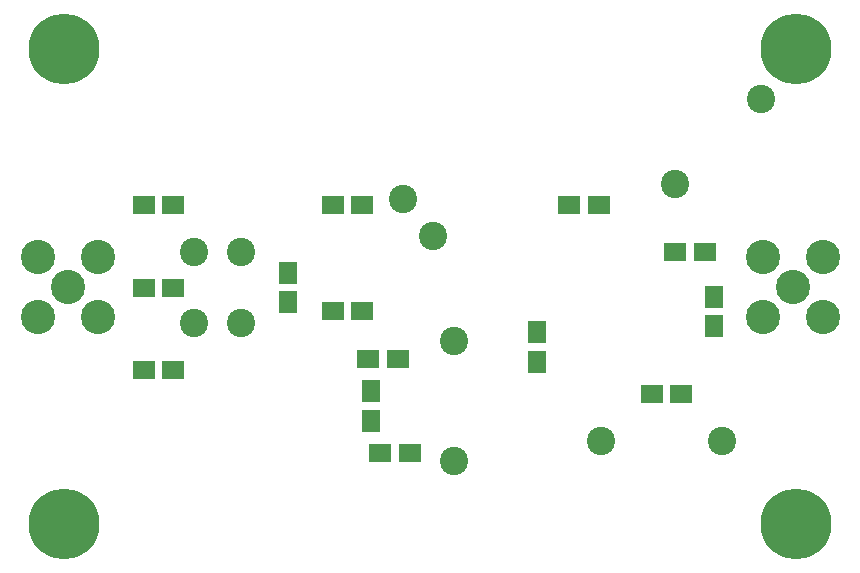
<source format=gbs>
G04 #@! TF.FileFunction,Soldermask,Bot*
%FSLAX46Y46*%
G04 Gerber Fmt 4.6, Leading zero omitted, Abs format (unit mm)*
G04 Created by KiCad (PCBNEW 4.0.7-e2-6376~61~ubuntu18.04.1) date Thu Feb 13 11:23:38 2020*
%MOMM*%
%LPD*%
G01*
G04 APERTURE LIST*
%ADD10C,0.100000*%
%ADD11C,2.400000*%
%ADD12R,1.900000X1.650000*%
%ADD13R,1.650000X1.900000*%
%ADD14C,2.900000*%
%ADD15C,6.000000*%
G04 APERTURE END LIST*
D10*
D11*
X97000000Y-115500000D03*
X97000000Y-125700000D03*
X79000000Y-108000000D03*
X75000000Y-108000000D03*
D12*
X73250000Y-111000000D03*
X70750000Y-111000000D03*
D13*
X83000000Y-112250000D03*
X83000000Y-109750000D03*
D12*
X89250000Y-113000000D03*
X86750000Y-113000000D03*
X92250000Y-117000000D03*
X89750000Y-117000000D03*
X70750000Y-104000000D03*
X73250000Y-104000000D03*
X70750000Y-118000000D03*
X73250000Y-118000000D03*
X86750000Y-104000000D03*
X89250000Y-104000000D03*
D13*
X90000000Y-122250000D03*
X90000000Y-119750000D03*
D12*
X90750000Y-125000000D03*
X93250000Y-125000000D03*
X106750000Y-104000000D03*
X109250000Y-104000000D03*
D13*
X119000000Y-114250000D03*
X119000000Y-111750000D03*
X104000000Y-117250000D03*
X104000000Y-114750000D03*
D12*
X116250000Y-120000000D03*
X113750000Y-120000000D03*
X118250000Y-108000000D03*
X115750000Y-108000000D03*
D14*
X61760000Y-113440000D03*
X61760000Y-108360000D03*
X66840000Y-108360000D03*
X66840000Y-113440000D03*
X64300000Y-110900000D03*
X123160000Y-113440000D03*
X123160000Y-108360000D03*
X128240000Y-108360000D03*
X128240000Y-113440000D03*
X125700000Y-110900000D03*
D11*
X79000000Y-114000000D03*
X75000000Y-114000000D03*
X95200000Y-106600000D03*
X92700000Y-103500000D03*
X109500000Y-124000000D03*
X119700000Y-124000000D03*
X115699999Y-102200000D03*
X123000001Y-94999999D03*
D15*
X64000000Y-131000000D03*
X126000000Y-131000000D03*
X126000000Y-90800000D03*
X64000000Y-90800000D03*
M02*

</source>
